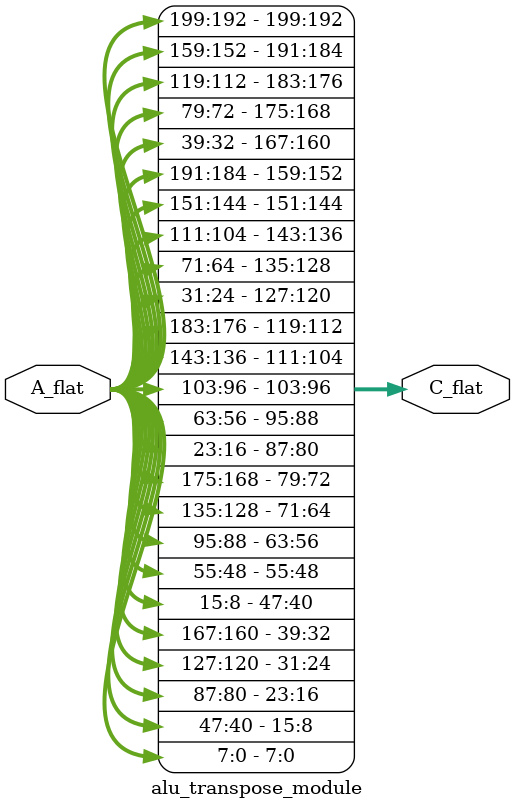
<source format=v>
module alu_transpose_module(
  input [199:0] A_flat,         // Entrada: matriz A achatada (5x5 elementos de 8 bits = 200 bits)
  output [199:0] C_flat         // Saída: matriz transposta de A, também achatada
);

  // Declaração de variáveis para gerar laços
  genvar i, j;
  generate
    // Geração dos índices para transposição de matriz 5x5
    for (i = 0; i < 5; i = i + 1) begin : roow
      for (j = 0; j < 5; j = j + 1) begin : col
        // Cada elemento da saída C recebe o valor transposto da entrada A
        assign C_flat[(i*5 + j)*8 +: 8] = A_flat[(j*5 + i)*8 +: 8];
        // Exemplo: C[linha][coluna] = A[coluna][linha]
      end
    end
  endgenerate

endmodule

</source>
